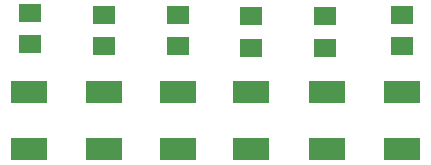
<source format=gtp>
G04*
G04 #@! TF.GenerationSoftware,Altium Limited,Altium Designer,20.0.9 (164)*
G04*
G04 Layer_Color=8421504*
%FSLAX25Y25*%
%MOIN*%
G70*
G01*
G75*
%ADD13R,0.12402X0.07717*%
%ADD14R,0.07284X0.05906*%
D13*
X39370Y99803D02*
D03*
Y80512D02*
D03*
X64252D02*
D03*
Y99803D02*
D03*
X89134D02*
D03*
Y80512D02*
D03*
X138583D02*
D03*
Y99803D02*
D03*
X113386D02*
D03*
Y80512D02*
D03*
X163779Y80512D02*
D03*
Y99803D02*
D03*
D14*
X39764Y126083D02*
D03*
Y115650D02*
D03*
X163784Y114862D02*
D03*
Y125295D02*
D03*
X113386Y124902D02*
D03*
Y114469D02*
D03*
X138189Y114469D02*
D03*
Y124902D02*
D03*
X89138Y125295D02*
D03*
Y114862D02*
D03*
X64256Y114862D02*
D03*
Y125295D02*
D03*
M02*

</source>
